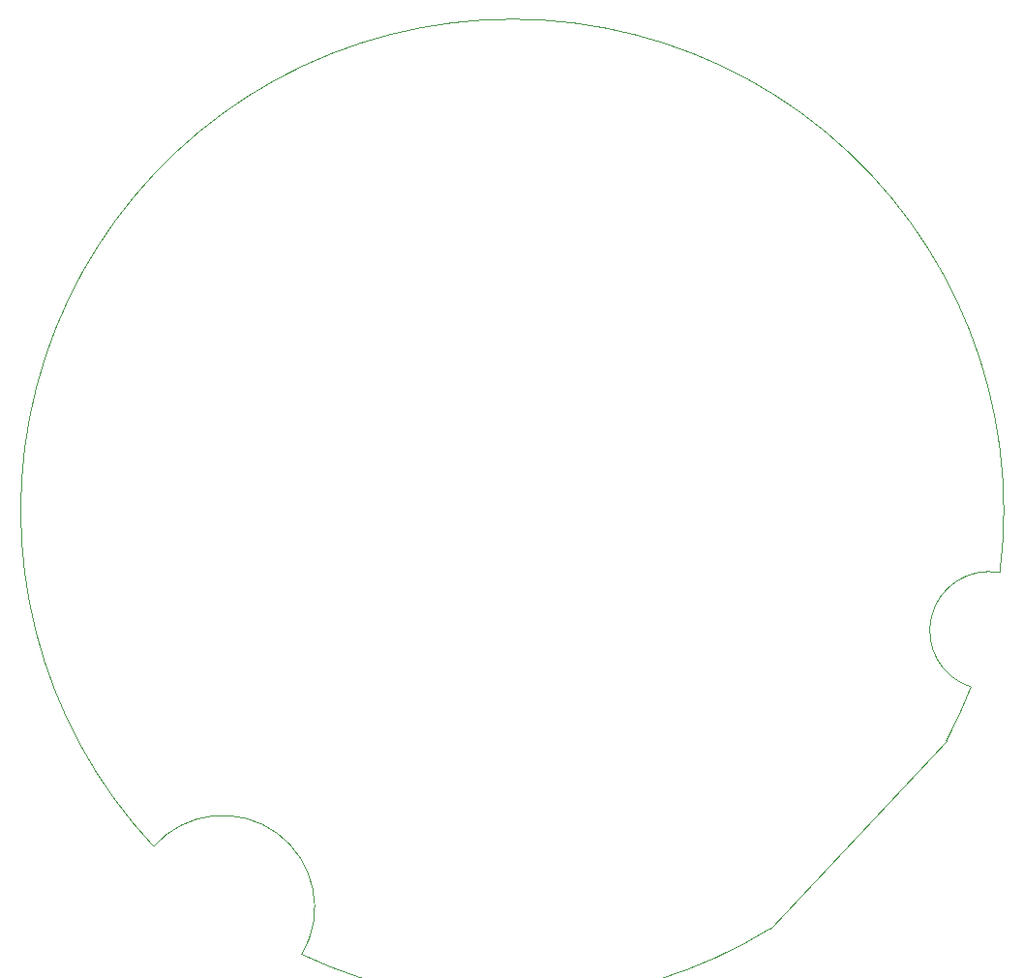
<source format=gm1>
G04 #@! TF.GenerationSoftware,KiCad,Pcbnew,9.0.0*
G04 #@! TF.CreationDate,2025-03-23T20:11:35+01:00*
G04 #@! TF.ProjectId,PCB Board,50434220-426f-4617-9264-2e6b69636164,rev?*
G04 #@! TF.SameCoordinates,Original*
G04 #@! TF.FileFunction,Profile,NP*
%FSLAX46Y46*%
G04 Gerber Fmt 4.6, Leading zero omitted, Abs format (unit mm)*
G04 Created by KiCad (PCBNEW 9.0.0) date 2025-03-23 20:11:35*
%MOMM*%
%LPD*%
G01*
G04 APERTURE LIST*
G04 #@! TA.AperFunction,Profile*
%ADD10C,0.050000*%
G04 #@! TD*
G04 APERTURE END LIST*
D10*
X33229999Y-93309404D02*
G75*
G02*
X46187809Y-102758605I6034451J-5334086D01*
G01*
X33229066Y-93308577D02*
G75*
G02*
X107254625Y-69339016I31370934J29408577D01*
G01*
X87205375Y-100478633D02*
G75*
G02*
X46187805Y-102758596I-22605375J36578633D01*
G01*
X102585997Y-84051092D02*
X87205373Y-100478633D01*
X104729266Y-79348122D02*
G75*
G02*
X107254626Y-69339016I1564104J4928502D01*
G01*
X104729265Y-79348125D02*
G75*
G02*
X102585992Y-84051089I-40129365J15448225D01*
G01*
M02*

</source>
